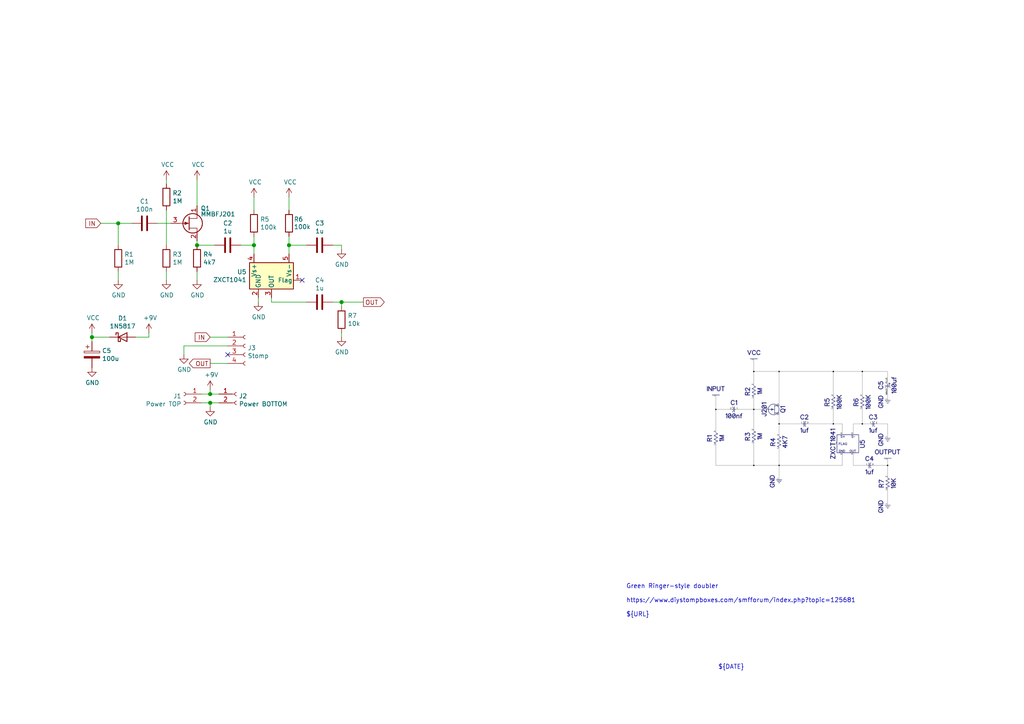
<source format=kicad_sch>
(kicad_sch (version 20201015) (generator eeschema)
  (page 1 1)
  (paper "A4")
  (lib_symbols
    (symbol "Connector:Conn_01x02_Female" (pin_names (offset 1.016) hide)
      (property "Reference" "J" (at 0 2.54 0))
      (property "Value" "Conn_01x02_Female" (at 0 -5.08 0))
      (symbol "Conn_01x02_Female_1_1"
        (arc (start 0 -2.032) (end 0 -3.048) (radius (at 0 -2.54) (length 0.508) (angles 90.1 -90.1)) (stroke (width 0.1524)))
        (arc (start 0 0.508) (end 0 -0.508) (radius (at 0 0) (length 0.508) (angles 90.1 -90.1)) (stroke (width 0.1524)))
        (polyline (pts (xy -1.27 -2.54) (xy -0.508 -2.54)) (stroke (width 0.1524)))
        (polyline (pts (xy -1.27 0) (xy -0.508 0)) (stroke (width 0.1524)))
        (pin passive line (at -5.08 0 0) (length 3.81) (name "Pin_1") (number "1"))
        (pin passive line (at -5.08 -2.54 0) (length 3.81) (name "Pin_2") (number "2"))
      )
    )
    (symbol "Connector:Conn_01x04_Female" (pin_names (offset 1.016) hide)
      (property "Reference" "J" (at 0 5.08 0))
      (property "Value" "Conn_01x04_Female" (at 0 -7.62 0))
      (symbol "Conn_01x04_Female_1_1"
        (arc (start 0 -4.572) (end 0 -5.588) (radius (at 0 -5.08) (length 0.508) (angles 90.1 -90.1)) (stroke (width 0.1524)))
        (arc (start 0 -2.032) (end 0 -3.048) (radius (at 0 -2.54) (length 0.508) (angles 90.1 -90.1)) (stroke (width 0.1524)))
        (arc (start 0 0.508) (end 0 -0.508) (radius (at 0 0) (length 0.508) (angles 90.1 -90.1)) (stroke (width 0.1524)))
        (arc (start 0 3.048) (end 0 2.032) (radius (at 0 2.54) (length 0.508) (angles 90.1 -90.1)) (stroke (width 0.1524)))
        (polyline (pts (xy -1.27 -5.08) (xy -0.508 -5.08)) (stroke (width 0.1524)))
        (polyline (pts (xy -1.27 -2.54) (xy -0.508 -2.54)) (stroke (width 0.1524)))
        (polyline (pts (xy -1.27 0) (xy -0.508 0)) (stroke (width 0.1524)))
        (polyline (pts (xy -1.27 2.54) (xy -0.508 2.54)) (stroke (width 0.1524)))
        (pin passive line (at -5.08 2.54 0) (length 3.81) (name "Pin_1") (number "1"))
        (pin passive line (at -5.08 0 0) (length 3.81) (name "Pin_2") (number "2"))
        (pin passive line (at -5.08 -2.54 0) (length 3.81) (name "Pin_3") (number "3"))
        (pin passive line (at -5.08 -5.08 0) (length 3.81) (name "Pin_4") (number "4"))
      )
    )
    (symbol "Device:C" (pin_numbers hide) (pin_names (offset 0.254))
      (property "Reference" "C" (at 0.635 2.54 0))
      (property "Value" "C" (at 0.635 -2.54 0))
      (symbol "C_0_1"
        (polyline (pts (xy -2.032 -0.762) (xy 2.032 -0.762)) (stroke (width 0.508)))
        (polyline (pts (xy -2.032 0.762) (xy 2.032 0.762)) (stroke (width 0.508)))
      )
      (symbol "C_1_1"
        (pin passive line (at 0 3.81 270) (length 2.794) (name "~") (number "1"))
        (pin passive line (at 0 -3.81 90) (length 2.794) (name "~") (number "2"))
      )
    )
    (symbol "Device:CP" (pin_numbers hide) (pin_names (offset 0.254))
      (property "Reference" "C" (at 0.635 2.54 0))
      (property "Value" "CP" (at 0.635 -2.54 0))
      (symbol "CP_0_1"
        (rectangle (start -2.286 0.508) (end 2.286 1.016))
        (rectangle (start 2.286 -0.508) (end -2.286 -1.016) (fill (type outline)))
        (polyline (pts (xy -1.778 2.286) (xy -0.762 2.286)))
        (polyline (pts (xy -1.27 2.794) (xy -1.27 1.778)))
      )
      (symbol "CP_1_1"
        (pin passive line (at 0 3.81 270) (length 2.794) (name "~") (number "1"))
        (pin passive line (at 0 -3.81 90) (length 2.794) (name "~") (number "2"))
      )
    )
    (symbol "Device:R" (pin_numbers hide) (pin_names (offset 0))
      (property "Reference" "R" (at 2.032 0 90))
      (property "Value" "R" (at 0 0 90))
      (symbol "R_0_1"
        (rectangle (start -1.016 -2.54) (end 1.016 2.54) (stroke (width 0.254)))
      )
      (symbol "R_1_1"
        (pin passive line (at 0 3.81 270) (length 1.27) (name "~") (number "1"))
        (pin passive line (at 0 -3.81 90) (length 1.27) (name "~") (number "2"))
      )
    )
    (symbol "Diode:1N5817" (pin_numbers hide) (pin_names (offset 1.016) hide)
      (property "Reference" "D" (at 0 2.54 0))
      (property "Value" "1N5817" (at 0 -2.54 0))
      (symbol "1N5817_0_1"
        (polyline (pts (xy 1.27 0) (xy -1.27 0)))
        (polyline (pts (xy 1.27 1.27) (xy 1.27 -1.27) (xy -1.27 0) (xy 1.27 1.27)) (stroke (width 0.254)))
        (polyline (pts (xy -1.905 0.635) (xy -1.905 1.27) (xy -1.27 1.27) (xy -1.27 -1.27) (xy -0.635 -1.27) (xy -0.635 -0.635)) (stroke (width 0.254)))
      )
      (symbol "1N5817_1_1"
        (pin passive line (at -3.81 0 0) (length 2.54) (name "K") (number "1"))
        (pin passive line (at 3.81 0 180) (length 2.54) (name "A") (number "2"))
      )
    )
    (symbol "power:+9V" (power) (pin_names (offset 0))
      (property "Value" "+9V" (at 0 3.556 0))
      (symbol "+9V_0_1"
        (polyline (pts (xy -0.762 1.27) (xy 0 2.54)))
        (polyline (pts (xy 0 0) (xy 0 2.54)))
        (polyline (pts (xy 0 2.54) (xy 0.762 1.27)))
      )
      (symbol "+9V_1_1"
        (pin power_in line (at 0 0 90) (length 0) hide (name "+9V") (number "1"))
      )
    )
    (symbol "power:GND" (power) (pin_names (offset 0))
      (property "Value" "GND" (at 0 -3.81 0))
      (symbol "GND_0_1"
        (polyline (pts (xy 0 0) (xy 0 -1.27) (xy 1.27 -1.27) (xy 0 -2.54) (xy -1.27 -1.27) (xy 0 -1.27)))
      )
      (symbol "GND_1_1"
        (pin power_in line (at 0 0 270) (length 0) hide (name "GND") (number "1"))
      )
    )
    (symbol "power:VCC" (power) (pin_names (offset 0))
      (property "Value" "VCC" (at 0 3.81 0))
      (symbol "VCC_0_1"
        (polyline (pts (xy -0.762 1.27) (xy 0 2.54)))
        (polyline (pts (xy 0 0) (xy 0 2.54)))
        (polyline (pts (xy 0 2.54) (xy 0.762 1.27)))
      )
      (symbol "VCC_1_1"
        (pin power_in line (at 0 0 90) (length 0) hide (name "VCC") (number "1"))
      )
    )
    (symbol "rockola_symbols:MMBFJ201" (pin_names hide)
      (property "Reference" "Q" (at 5.08 1.905 0))
      (property "Value" "MMBFJ201" (at 5.08 0 0))
      (symbol "MMBFJ201_0_1"
        (circle (center 1.27 0) (radius 2.8194) (stroke (width 0.254)))
        (polyline (pts (xy 0.254 0) (xy -2.54 0)))
        (polyline (pts (xy 0.254 1.905) (xy 0.254 -1.905)) (stroke (width 0.254)))
        (polyline (pts (xy 2.54 -2.54) (xy 2.54 -1.397) (xy 0.254 -1.397)))
        (polyline (pts (xy 2.54 2.54) (xy 2.54 1.397) (xy 0.254 1.397)))
        (polyline (pts (xy 0 0) (xy -1.016 0.381) (xy -1.016 -0.381) (xy 0 0)) (fill (type outline)))
      )
      (symbol "MMBFJ201_1_1"
        (pin passive line (at 2.54 5.08 270) (length 2.54) (name "D") (number "1"))
        (pin passive line (at 2.54 -5.08 90) (length 2.54) (name "S") (number "2"))
        (pin input line (at -5.08 0 0) (length 2.54) (name "G") (number "3"))
      )
    )
    (symbol "rockola_symbols:ZXCT1041" (pin_names (offset 0.254))
      (property "Reference" "U" (at 6.985 5.715 0))
      (property "Value" "ZXCT1041" (at 6.985 3.175 0))
      (symbol "ZXCT1041_0_1"
        (rectangle (start -6.35 3.81) (end 6.35 -3.81) (stroke (width 0.254)) (fill (type background)))
      )
      (symbol "ZXCT1041_1_1"
        (pin output line (at 8.89 -1.27 180) (length 2.54) (name "Flag") (number "1"))
        (pin power_in line (at -3.81 -6.35 90) (length 2.54) (name "GND") (number "2"))
        (pin output line (at 0 -6.35 90) (length 2.54) (name "OUT") (number "3"))
        (pin input line (at -5.08 6.35 270) (length 2.54) (name "Vs+") (number "4"))
        (pin input line (at 5.08 6.35 270) (length 2.54) (name "Vs-") (number "5"))
      )
    )
  )
  (junction (at 26.67 97.79) (diameter 1.016))
  (junction (at 34.29 64.77) (diameter 1.016))
  (junction (at 57.15 71.12) (diameter 1.016))
  (junction (at 60.96 114.3) (diameter 1.016))
  (junction (at 60.96 116.84) (diameter 1.016))
  (junction (at 73.66 71.12) (diameter 1.016))
  (junction (at 83.82 71.12) (diameter 1.016))
  (junction (at 99.06 87.63) (diameter 1.016))
  (no_connect (at 87.63 81.28))
  (no_connect (at 66.04 102.87))
  (wire (pts (xy 26.67 96.52) (xy 26.67 97.79)))
  (wire (pts (xy 26.67 97.79) (xy 26.67 99.06)))
  (wire (pts (xy 29.21 64.77) (xy 34.29 64.77)))
  (wire (pts (xy 31.75 97.79) (xy 26.67 97.79)))
  (wire (pts (xy 34.29 64.77) (xy 34.29 71.12)))
  (wire (pts (xy 34.29 64.77) (xy 38.1 64.77)))
  (wire (pts (xy 34.29 78.74) (xy 34.29 81.28)))
  (wire (pts (xy 39.37 97.79) (xy 43.18 97.79)))
  (wire (pts (xy 43.18 97.79) (xy 43.18 96.52)))
  (wire (pts (xy 45.72 64.77) (xy 49.53 64.77)))
  (wire (pts (xy 48.26 52.07) (xy 48.26 53.34)))
  (wire (pts (xy 48.26 60.96) (xy 48.26 71.12)))
  (wire (pts (xy 48.26 78.74) (xy 48.26 81.28)))
  (wire (pts (xy 53.34 100.33) (xy 66.04 100.33)))
  (wire (pts (xy 53.34 102.87) (xy 53.34 100.33)))
  (wire (pts (xy 57.15 52.07) (xy 57.15 59.69)))
  (wire (pts (xy 57.15 69.85) (xy 57.15 71.12)))
  (wire (pts (xy 57.15 71.12) (xy 62.23 71.12)))
  (wire (pts (xy 57.15 78.74) (xy 57.15 81.28)))
  (wire (pts (xy 58.42 114.3) (xy 60.96 114.3)))
  (wire (pts (xy 58.42 116.84) (xy 60.96 116.84)))
  (wire (pts (xy 60.96 97.79) (xy 66.04 97.79)))
  (wire (pts (xy 60.96 105.41) (xy 66.04 105.41)))
  (wire (pts (xy 60.96 114.3) (xy 60.96 113.03)))
  (wire (pts (xy 60.96 116.84) (xy 63.5 116.84)))
  (wire (pts (xy 60.96 118.11) (xy 60.96 116.84)))
  (wire (pts (xy 63.5 114.3) (xy 60.96 114.3)))
  (wire (pts (xy 69.85 71.12) (xy 73.66 71.12)))
  (wire (pts (xy 73.66 57.15) (xy 73.66 60.96)))
  (wire (pts (xy 73.66 68.58) (xy 73.66 71.12)))
  (wire (pts (xy 73.66 71.12) (xy 73.66 73.66)))
  (wire (pts (xy 74.93 86.36) (xy 74.93 87.63)))
  (wire (pts (xy 78.74 87.63) (xy 78.74 86.36)))
  (wire (pts (xy 83.82 57.15) (xy 83.82 60.96)))
  (wire (pts (xy 83.82 68.58) (xy 83.82 71.12)))
  (wire (pts (xy 83.82 71.12) (xy 83.82 73.66)))
  (wire (pts (xy 83.82 71.12) (xy 88.9 71.12)))
  (wire (pts (xy 88.9 87.63) (xy 78.74 87.63)))
  (wire (pts (xy 96.52 87.63) (xy 99.06 87.63)))
  (wire (pts (xy 99.06 71.12) (xy 96.52 71.12)))
  (wire (pts (xy 99.06 72.39) (xy 99.06 71.12)))
  (wire (pts (xy 99.06 87.63) (xy 99.06 88.9)))
  (wire (pts (xy 99.06 87.63) (xy 105.41 87.63)))
  (wire (pts (xy 99.06 96.52) (xy 99.06 97.79)))
  (image (at 236.22 126.365))
  (text "Green Ringer-style doubler\n\nhttps://www.diystompboxes.com/smfforum/index.php?topic=125681\n\n${URL}" (at 181.61 179.07 0) (effects (font (size 1.27 1.27)) (justify left bottom)))
  (text "${TITLE}" (at 207.645 191.135 0) (effects (font (size 2 2)) (justify left bottom)))
  (text "${DATE}" (at 208.28 194.31 0) (effects (font (size 1.27 1.27)) (justify left bottom)))
  (text "${REVISION}" (at 271.78 194.31 0) (effects (font (size 1.27 1.27)) (justify left bottom)))
  (global_label "IN" (shape input) (at 29.21 64.77 180))
  (global_label "IN" (shape input) (at 60.96 97.79 180))
  (global_label "OUT" (shape output) (at 60.96 105.41 180))
  (global_label "OUT" (shape output) (at 105.41 87.63 0))
  (symbol (lib_id "power:VCC") (at 26.67 96.52 0) (unit 1)
    (property "Reference" "#PWR0103" (effects hide))
    (property "Value" "VCC" (at 27.0383 92.1956 0))
  )
  (symbol (lib_id "power:+9V") (at 43.18 96.52 0) (unit 1)
    (property "Reference" "#PWR0101" (effects hide))
    (property "Value" "+9V" (at 43.5483 92.1956 0))
  )
  (symbol (lib_id "power:VCC") (at 48.26 52.07 0) (unit 1)
    (property "Reference" "#PWR0112" (effects hide))
    (property "Value" "VCC" (at 48.6283 47.7456 0))
  )
  (symbol (lib_id "power:VCC") (at 57.15 52.07 0) (unit 1)
    (property "Reference" "#PWR0113" (effects hide))
    (property "Value" "VCC" (at 57.5183 47.7456 0))
  )
  (symbol (lib_id "power:+9V") (at 60.96 113.03 0) (unit 1)
    (property "Reference" "#PWR0116" (effects hide))
    (property "Value" "+9V" (at 61.3283 108.7056 0))
  )
  (symbol (lib_id "power:VCC") (at 73.66 57.15 0) (unit 1)
    (property "Reference" "#PWR0109" (effects hide))
    (property "Value" "VCC" (at 74.0283 52.8256 0))
  )
  (symbol (lib_id "power:VCC") (at 83.82 57.15 0) (unit 1)
    (property "Reference" "#PWR0108" (effects hide))
    (property "Value" "VCC" (at 84.1883 52.8256 0))
  )
  (symbol (lib_id "power:GND") (at 26.67 106.68 0) (unit 1)
    (property "Reference" "#PWR0102" (effects hide))
    (property "Value" "GND" (at 26.7843 111.0044 0))
  )
  (symbol (lib_id "power:GND") (at 34.29 81.28 0) (unit 1)
    (property "Reference" "#PWR0110" (effects hide))
    (property "Value" "GND" (at 34.4043 85.6044 0))
  )
  (symbol (lib_id "power:GND") (at 48.26 81.28 0) (unit 1)
    (property "Reference" "#PWR0104" (effects hide))
    (property "Value" "GND" (at 48.3743 85.6044 0))
  )
  (symbol (lib_id "power:GND") (at 53.34 102.87 0) (unit 1)
    (property "Reference" "#PWR0114" (effects hide))
    (property "Value" "GND" (at 53.4543 107.1944 0))
  )
  (symbol (lib_id "power:GND") (at 57.15 81.28 0) (unit 1)
    (property "Reference" "#PWR0111" (effects hide))
    (property "Value" "GND" (at 57.2643 85.6044 0))
  )
  (symbol (lib_id "power:GND") (at 60.96 118.11 0) (unit 1)
    (property "Reference" "#PWR0115" (effects hide))
    (property "Value" "GND" (at 61.0743 122.4344 0))
  )
  (symbol (lib_id "power:GND") (at 74.93 87.63 0) (unit 1)
    (property "Reference" "#PWR0105" (effects hide))
    (property "Value" "GND" (at 75.0443 91.9544 0))
  )
  (symbol (lib_id "power:GND") (at 99.06 72.39 0) (unit 1)
    (property "Reference" "#PWR0107" (effects hide))
    (property "Value" "GND" (at 99.1743 76.7144 0))
  )
  (symbol (lib_id "power:GND") (at 99.06 97.79 0) (unit 1)
    (property "Reference" "#PWR0106" (effects hide))
    (property "Value" "GND" (at 99.1743 102.1144 0))
  )
  (symbol (lib_id "Device:R") (at 34.29 74.93 0) (unit 1)
    (property "Reference" "R1" (at 36.0681 73.7806 0) (effects (justify left)))
    (property "Value" "1M" (at 36.0681 76.0793 0) (effects (justify left)))
    (property "Footprint" "rockola_kicad_footprints:R_DIN0207" (effects hide))
  )
  (symbol (lib_id "Device:R") (at 48.26 57.15 0) (unit 1)
    (property "Reference" "R2" (at 50.0381 56.0006 0) (effects (justify left)))
    (property "Value" "1M" (at 50.0381 58.2993 0) (effects (justify left)))
    (property "Footprint" "rockola_kicad_footprints:R_DIN0207" (effects hide))
  )
  (symbol (lib_id "Device:R") (at 48.26 74.93 0) (unit 1)
    (property "Reference" "R3" (at 50.0381 73.7806 0) (effects (justify left)))
    (property "Value" "1M" (at 50.0381 76.0793 0) (effects (justify left)))
    (property "Footprint" "rockola_kicad_footprints:R_DIN0207" (effects hide))
  )
  (symbol (lib_id "Device:R") (at 57.15 74.93 0) (unit 1)
    (property "Reference" "R4" (at 58.9281 73.7806 0) (effects (justify left)))
    (property "Value" "4k7" (at 58.9281 76.0793 0) (effects (justify left)))
    (property "Footprint" "rockola_kicad_footprints:R_DIN0207" (effects hide))
  )
  (symbol (lib_id "Device:R") (at 73.66 64.77 0) (unit 1)
    (property "Reference" "R5" (at 75.4381 63.6206 0) (effects (justify left)))
    (property "Value" "100k" (at 75.4381 65.9193 0) (effects (justify left)))
    (property "Footprint" "rockola_kicad_footprints:R_DIN0207" (effects hide))
  )
  (symbol (lib_id "Device:R") (at 83.82 64.77 0) (unit 1)
    (property "Reference" "R6" (at 85.217 63.621 0) (effects (justify left)))
    (property "Value" "100k" (at 85.2171 65.7923 0) (effects (justify left)))
    (property "Footprint" "rockola_kicad_footprints:R_DIN0207" (effects hide))
  )
  (symbol (lib_id "Device:R") (at 99.06 92.71 0) (unit 1)
    (property "Reference" "R7" (at 100.8381 91.5606 0) (effects (justify left)))
    (property "Value" "10k" (at 100.8381 93.8593 0) (effects (justify left)))
    (property "Footprint" "rockola_kicad_footprints:R_DIN0207" (effects hide))
  )
  (symbol (lib_id "Diode:1N5817") (at 35.56 97.79 0) (unit 1)
    (property "Reference" "D1" (at 35.56 92.3098 0))
    (property "Value" "1N5817" (at 35.56 94.6085 0))
    (property "Footprint" "Diode_THT:D_DO-41_SOD81_P10.16mm_Horizontal" (effects hide))
    (property "Datasheet" "http://www.vishay.com/docs/88525/1n5817.pdf" (effects hide))
  )
  (symbol (lib_id "Connector:Conn_01x02_Female") (at 53.34 114.3 0) (mirror y) (unit 1)
    (property "Reference" "J1" (at 52.6287 114.8778 0) (effects (justify left)))
    (property "Value" "Power TOP" (at 52.629 117.176 0) (effects (justify left)))
    (property "Footprint" "rockola_kicad_footprints:Power_Header_2pin_TOP" (effects hide))
  )
  (symbol (lib_id "Connector:Conn_01x02_Female") (at 68.58 114.3 0) (unit 1)
    (property "Reference" "J2" (at 69.2913 114.8778 0) (effects (justify left)))
    (property "Value" "Power BOTTOM" (at 69.291 117.176 0) (effects (justify left)))
    (property "Footprint" "rockola_kicad_footprints:Power_Header_2pin" (effects hide))
  )
  (symbol (lib_id "Device:CP") (at 26.67 102.87 0) (unit 1)
    (property "Reference" "C5" (at 29.5911 101.7206 0) (effects (justify left)))
    (property "Value" "100u" (at 29.5911 104.0193 0) (effects (justify left)))
    (property "Footprint" "rockola_kicad_footprints:CP_D6.3_P2.50" (effects hide))
  )
  (symbol (lib_id "Device:C") (at 41.91 64.77 90) (unit 1)
    (property "Reference" "C1" (at 41.91 58.4008 90))
    (property "Value" "100n" (at 41.91 60.6995 90))
    (property "Footprint" "rockola_kicad_footprints:C_Box_7.2_2.5" (effects hide))
  )
  (symbol (lib_id "Device:C") (at 66.04 71.12 90) (unit 1)
    (property "Reference" "C2" (at 66.04 64.7508 90))
    (property "Value" "1u" (at 66.04 67.0495 90))
    (property "Footprint" "rockola_kicad_footprints:C_Box_7.2_5.0" (effects hide))
  )
  (symbol (lib_id "Device:C") (at 92.71 71.12 90) (unit 1)
    (property "Reference" "C3" (at 92.71 64.7508 90))
    (property "Value" "1u" (at 92.71 67.0495 90))
    (property "Footprint" "rockola_kicad_footprints:C_Box_7.2_5.0" (effects hide))
  )
  (symbol (lib_id "Device:C") (at 92.71 87.63 90) (unit 1)
    (property "Reference" "C4" (at 92.71 81.2608 90))
    (property "Value" "1u" (at 92.71 83.5595 90))
    (property "Footprint" "rockola_kicad_footprints:C_Box_7.2_5.0" (effects hide))
  )
  (symbol (lib_id "Connector:Conn_01x04_Female") (at 71.12 100.33 0) (unit 1)
    (property "Reference" "J3" (at 71.8313 100.9078 0) (effects (justify left)))
    (property "Value" "Stomp" (at 71.8313 103.2065 0) (effects (justify left)))
    (property "Footprint" "rockola_kicad_footprints:Stomp_4pin" (effects hide))
  )
  (symbol (lib_id "rockola_symbols:MMBFJ201") (at 54.61 64.77 0) (unit 1)
    (property "Reference" "Q1" (at 58.1915 60.4456 0) (effects (justify left)))
    (property "Value" "MMBFJ201" (at 58.1915 62.1093 0) (effects (justify left)))
    (property "Footprint" "Package_TO_SOT_SMD:SOT-23" (effects hide))
    (property "Datasheet" "http://www.experimentalistsanonymous.com/diy/Datasheets/J201.pdf" (effects hide))
  )
  (symbol (lib_id "rockola_symbols:ZXCT1041") (at 78.74 80.01 0) (unit 1)
    (property "Reference" "U5" (at 71.526 78.861 0) (effects (justify right)))
    (property "Value" "ZXCT1041" (at 71.5263 81.1593 0) (effects (justify right)))
    (property "Footprint" "Package_TO_SOT_SMD:SOT-23-5" (effects hide))
    (property "Datasheet" "https://www.diodes.com/assets/Datasheets/ZXCT1010.pdf" (effects hide))
  )
)
</source>
